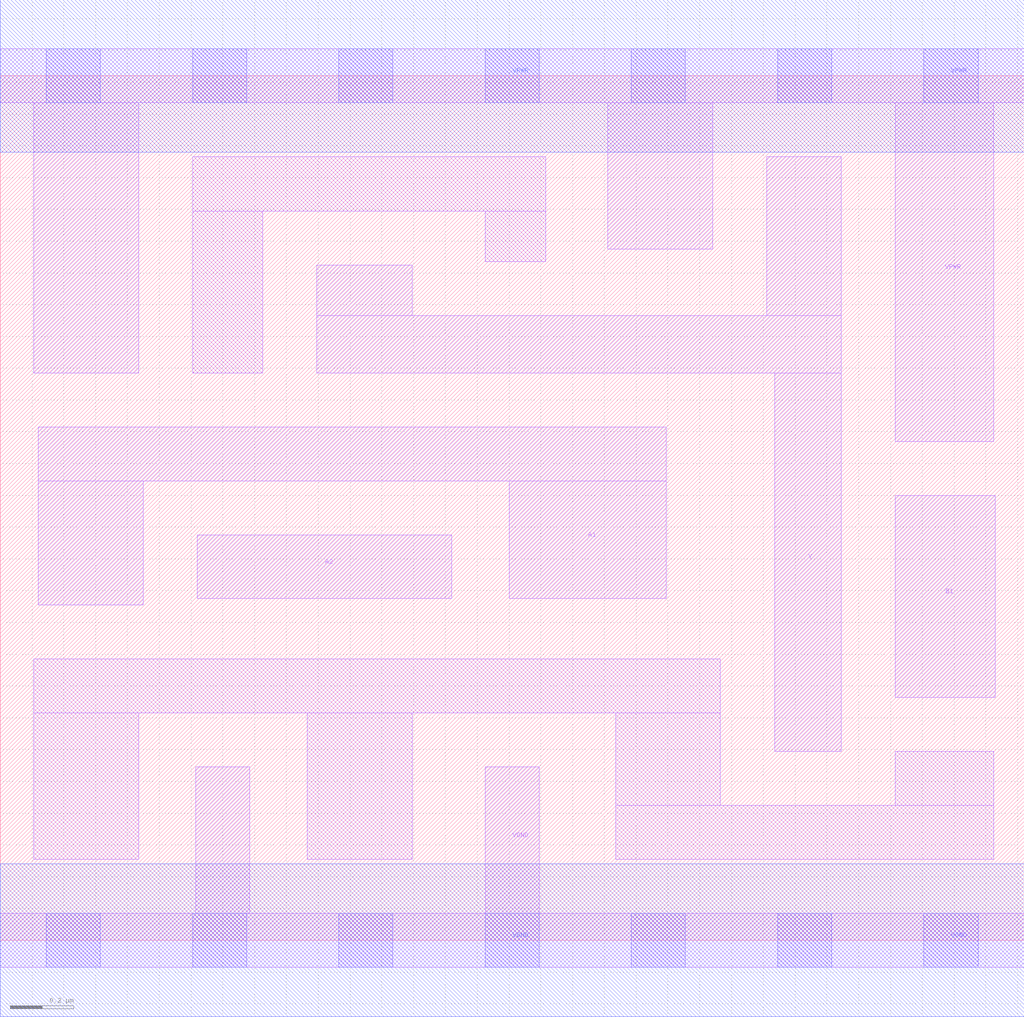
<source format=lef>
# Copyright 2020 The SkyWater PDK Authors
#
# Licensed under the Apache License, Version 2.0 (the "License");
# you may not use this file except in compliance with the License.
# You may obtain a copy of the License at
#
#     https://www.apache.org/licenses/LICENSE-2.0
#
# Unless required by applicable law or agreed to in writing, software
# distributed under the License is distributed on an "AS IS" BASIS,
# WITHOUT WARRANTIES OR CONDITIONS OF ANY KIND, either express or implied.
# See the License for the specific language governing permissions and
# limitations under the License.
#
# SPDX-License-Identifier: Apache-2.0

VERSION 5.7 ;
  NAMESCASESENSITIVE ON ;
  NOWIREEXTENSIONATPIN ON ;
  DIVIDERCHAR "/" ;
  BUSBITCHARS "[]" ;
UNITS
  DATABASE MICRONS 200 ;
END UNITS
MACRO sky130_fd_sc_hd__o21ai_2
  CLASS CORE ;
  SOURCE USER ;
  FOREIGN sky130_fd_sc_hd__o21ai_2 ;
  ORIGIN  0.000000  0.000000 ;
  SIZE  3.220000 BY  2.720000 ;
  SYMMETRY X Y R90 ;
  SITE unithd ;
  PIN A1
    ANTENNAGATEAREA  0.495000 ;
    DIRECTION INPUT ;
    USE SIGNAL ;
    PORT
      LAYER li1 ;
        RECT 0.120000 1.055000 0.450000 1.445000 ;
        RECT 0.120000 1.445000 2.095000 1.615000 ;
        RECT 1.600000 1.075000 2.095000 1.445000 ;
    END
  END A1
  PIN A2
    ANTENNAGATEAREA  0.495000 ;
    DIRECTION INPUT ;
    USE SIGNAL ;
    PORT
      LAYER li1 ;
        RECT 0.620000 1.075000 1.420000 1.275000 ;
    END
  END A2
  PIN B1
    ANTENNAGATEAREA  0.495000 ;
    DIRECTION INPUT ;
    USE SIGNAL ;
    PORT
      LAYER li1 ;
        RECT 2.815000 0.765000 3.130000 1.400000 ;
    END
  END B1
  PIN Y
    ANTENNADIFFAREA  0.742000 ;
    DIRECTION OUTPUT ;
    USE SIGNAL ;
    PORT
      LAYER li1 ;
        RECT 0.995000 1.785000 2.645000 1.965000 ;
        RECT 0.995000 1.965000 1.295000 2.125000 ;
        RECT 2.410000 1.965000 2.645000 2.465000 ;
        RECT 2.435000 0.595000 2.645000 1.785000 ;
    END
  END Y
  PIN VGND
    DIRECTION INOUT ;
    SHAPE ABUTMENT ;
    USE GROUND ;
    PORT
      LAYER li1 ;
        RECT 0.000000 -0.085000 3.220000 0.085000 ;
        RECT 0.615000  0.085000 0.785000 0.545000 ;
        RECT 1.525000  0.085000 1.695000 0.545000 ;
      LAYER mcon ;
        RECT 0.145000 -0.085000 0.315000 0.085000 ;
        RECT 0.605000 -0.085000 0.775000 0.085000 ;
        RECT 1.065000 -0.085000 1.235000 0.085000 ;
        RECT 1.525000 -0.085000 1.695000 0.085000 ;
        RECT 1.985000 -0.085000 2.155000 0.085000 ;
        RECT 2.445000 -0.085000 2.615000 0.085000 ;
        RECT 2.905000 -0.085000 3.075000 0.085000 ;
      LAYER met1 ;
        RECT 0.000000 -0.240000 3.220000 0.240000 ;
    END
  END VGND
  PIN VPWR
    DIRECTION INOUT ;
    SHAPE ABUTMENT ;
    USE POWER ;
    PORT
      LAYER li1 ;
        RECT 0.000000 2.635000 3.220000 2.805000 ;
        RECT 0.105000 1.785000 0.435000 2.635000 ;
        RECT 1.910000 2.175000 2.240000 2.635000 ;
        RECT 2.815000 1.570000 3.125000 2.635000 ;
      LAYER mcon ;
        RECT 0.145000 2.635000 0.315000 2.805000 ;
        RECT 0.605000 2.635000 0.775000 2.805000 ;
        RECT 1.065000 2.635000 1.235000 2.805000 ;
        RECT 1.525000 2.635000 1.695000 2.805000 ;
        RECT 1.985000 2.635000 2.155000 2.805000 ;
        RECT 2.445000 2.635000 2.615000 2.805000 ;
        RECT 2.905000 2.635000 3.075000 2.805000 ;
      LAYER met1 ;
        RECT 0.000000 2.480000 3.220000 2.960000 ;
    END
  END VPWR
  OBS
    LAYER li1 ;
      RECT 0.105000 0.255000 0.435000 0.715000 ;
      RECT 0.105000 0.715000 2.265000 0.885000 ;
      RECT 0.605000 1.785000 0.825000 2.295000 ;
      RECT 0.605000 2.295000 1.715000 2.465000 ;
      RECT 0.965000 0.255000 1.295000 0.715000 ;
      RECT 1.525000 2.135000 1.715000 2.295000 ;
      RECT 1.935000 0.255000 3.125000 0.425000 ;
      RECT 1.935000 0.425000 2.265000 0.715000 ;
      RECT 2.815000 0.425000 3.125000 0.595000 ;
  END
END sky130_fd_sc_hd__o21ai_2
END LIBRARY

</source>
